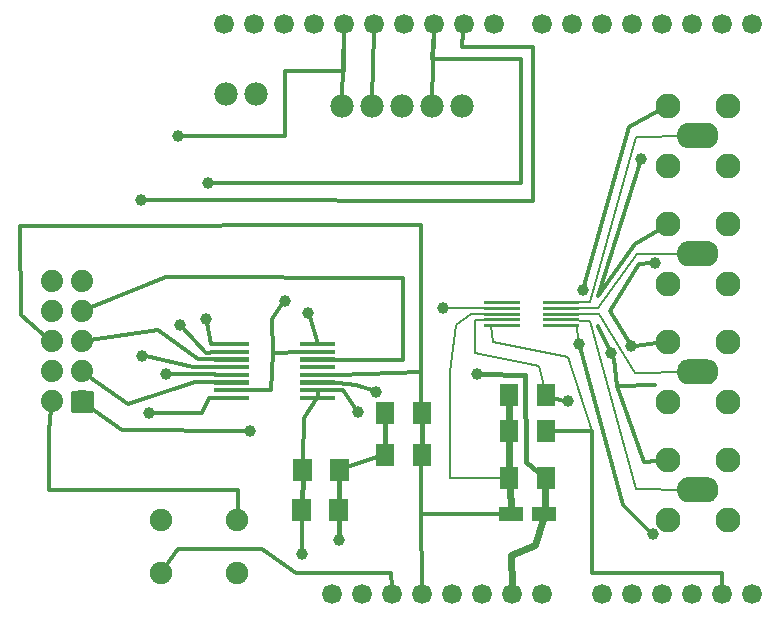
<source format=gtl>
G04 MADE WITH FRITZING*
G04 WWW.FRITZING.ORG*
G04 DOUBLE SIDED*
G04 HOLES PLATED*
G04 CONTOUR ON CENTER OF CONTOUR VECTOR*
%ASAXBY*%
%FSLAX23Y23*%
%MOIN*%
%OFA0B0*%
%SFA1.0B1.0*%
%ADD10C,0.078000*%
%ADD11C,0.039370*%
%ADD12C,0.075000*%
%ADD13C,0.082677*%
%ADD14C,0.083071*%
%ADD15C,0.074000*%
%ADD16C,0.066194*%
%ADD17C,0.066222*%
%ADD18R,0.062992X0.074803*%
%ADD19R,0.078740X0.047244*%
%ADD20C,0.012000*%
%ADD21C,0.008000*%
%ADD22C,0.024000*%
%ADD23C,0.016000*%
%ADD24C,0.017000*%
%ADD25R,0.001000X0.001000*%
%LNCOPPER1*%
G90*
G70*
G54D10*
X748Y1778D03*
X848Y1778D03*
G54D11*
X1925Y947D03*
X2033Y917D03*
X2100Y939D03*
X1940Y1125D03*
X2132Y1563D03*
X2179Y1215D03*
X2173Y311D03*
X1474Y1067D03*
X1587Y846D03*
X1890Y754D03*
X1126Y293D03*
X1004Y244D03*
X551Y846D03*
X1189Y720D03*
X1024Y1049D03*
X1250Y787D03*
X831Y656D03*
X945Y1089D03*
X492Y715D03*
X471Y907D03*
X467Y1425D03*
X596Y1008D03*
X591Y1640D03*
X684Y1028D03*
X689Y1482D03*
G54D10*
X1535Y1738D03*
X1435Y1738D03*
X1335Y1738D03*
X1235Y1738D03*
X1135Y1738D03*
G54D12*
X787Y183D03*
X532Y183D03*
X787Y360D03*
X532Y360D03*
G54D13*
X2223Y558D03*
G54D14*
X2322Y459D03*
X2223Y359D03*
X2223Y559D03*
X2423Y359D03*
X2423Y559D03*
G54D13*
X2223Y558D03*
G54D14*
X2322Y459D03*
X2223Y359D03*
X2223Y559D03*
X2423Y359D03*
X2423Y559D03*
G54D13*
X2223Y952D03*
G54D14*
X2322Y853D03*
X2223Y752D03*
X2223Y952D03*
X2423Y752D03*
X2423Y952D03*
G54D13*
X2223Y952D03*
G54D14*
X2322Y853D03*
X2223Y752D03*
X2223Y952D03*
X2423Y752D03*
X2423Y952D03*
G54D13*
X2223Y1740D03*
G54D14*
X2322Y1641D03*
X2223Y1540D03*
X2223Y1740D03*
X2423Y1540D03*
X2423Y1740D03*
G54D13*
X2223Y1740D03*
G54D14*
X2322Y1641D03*
X2223Y1540D03*
X2223Y1740D03*
X2423Y1540D03*
X2423Y1740D03*
G54D15*
X170Y754D03*
X170Y854D03*
X170Y954D03*
X170Y1054D03*
X170Y1154D03*
X270Y754D03*
X270Y854D03*
X270Y954D03*
X270Y1054D03*
X270Y1154D03*
G54D16*
X2103Y111D03*
X2203Y111D03*
X2303Y111D03*
X2403Y111D03*
X2503Y111D03*
G54D17*
X1643Y2011D03*
X1543Y2011D03*
X1443Y2011D03*
X1343Y2011D03*
X1243Y2011D03*
X1143Y2011D03*
X1043Y2011D03*
X943Y2011D03*
X843Y2011D03*
X743Y2011D03*
X2503Y2011D03*
X2403Y2011D03*
X2303Y2011D03*
X2203Y2011D03*
X2103Y2011D03*
X2003Y2011D03*
X1903Y2011D03*
X1803Y2011D03*
G54D16*
X1203Y111D03*
X1103Y111D03*
X1303Y111D03*
X1403Y111D03*
X1503Y111D03*
X1603Y111D03*
X1703Y111D03*
X1803Y111D03*
X2003Y111D03*
G54D13*
X2223Y1346D03*
G54D14*
X2322Y1247D03*
X2223Y1146D03*
X2223Y1346D03*
X2423Y1146D03*
X2423Y1346D03*
G54D13*
X2223Y1346D03*
G54D14*
X2322Y1247D03*
X2223Y1146D03*
X2223Y1346D03*
X2423Y1146D03*
X2423Y1346D03*
G54D18*
X1280Y715D03*
X1402Y715D03*
X1280Y577D03*
X1402Y577D03*
X1693Y498D03*
X1815Y498D03*
G54D19*
X1701Y380D03*
X1811Y380D03*
G54D18*
X1693Y774D03*
X1815Y774D03*
X1693Y656D03*
X1815Y656D03*
G54D20*
X1442Y1986D02*
X1436Y1763D01*
D02*
X1236Y1763D02*
X1242Y1986D01*
D02*
X1142Y1986D02*
X1136Y1763D01*
G54D21*
D02*
X1964Y1085D02*
X1920Y1085D01*
D02*
X1964Y1023D02*
X1890Y1025D01*
D02*
X1992Y1046D02*
X1920Y1045D01*
D02*
X2117Y1636D02*
X1964Y1085D01*
D02*
X2112Y850D02*
X1992Y1046D01*
D02*
X2285Y853D02*
X2112Y850D01*
D02*
X2285Y460D02*
X2115Y461D01*
D02*
X2115Y461D02*
X1964Y1023D01*
G54D20*
D02*
X2186Y948D02*
X2114Y940D01*
G54D21*
D02*
X1989Y1067D02*
X1904Y1066D01*
D02*
X2285Y1247D02*
X2120Y1246D01*
D02*
X2120Y1246D02*
X1989Y1067D01*
D02*
X2285Y1640D02*
X2117Y1636D01*
D02*
X1919Y1006D02*
X1866Y1006D01*
G54D20*
D02*
X2114Y1279D02*
X2192Y1327D01*
D02*
X1988Y1106D02*
X2114Y1279D01*
D02*
X2128Y1550D02*
X1988Y1106D01*
D02*
X2093Y1670D02*
X1943Y1138D01*
D02*
X2191Y1722D02*
X2093Y1670D01*
G54D21*
D02*
X1924Y960D02*
X1919Y1006D01*
G54D20*
D02*
X2127Y1211D02*
X2031Y1057D01*
D02*
X2031Y1057D02*
X2094Y951D01*
D02*
X2166Y1214D02*
X2127Y1211D01*
D02*
X2042Y896D02*
X1990Y1006D01*
D02*
X2053Y807D02*
X2179Y810D01*
D02*
X2053Y805D02*
X2042Y896D01*
D02*
X2179Y810D02*
X2053Y805D01*
D02*
X1990Y1006D02*
X2027Y929D01*
D02*
X2142Y552D02*
X2053Y807D01*
D02*
X2186Y555D02*
X2142Y552D01*
G54D22*
D02*
X1700Y398D02*
X1695Y466D01*
G54D20*
D02*
X1403Y136D02*
X1398Y380D01*
D02*
X1398Y380D02*
X1667Y380D01*
D02*
X2074Y408D02*
X1929Y934D01*
D02*
X2164Y320D02*
X2074Y408D01*
G54D22*
D02*
X1812Y398D02*
X1814Y466D01*
D02*
X1779Y277D02*
X1698Y243D01*
D02*
X1698Y243D02*
X1702Y141D01*
D02*
X1806Y362D02*
X1779Y277D01*
G54D21*
D02*
X1968Y655D02*
X1952Y651D01*
G54D20*
D02*
X1968Y655D02*
X1969Y656D01*
G54D21*
D02*
X1516Y1010D02*
X1496Y852D01*
G54D20*
D02*
X1969Y656D02*
X1969Y183D01*
D02*
X2402Y183D02*
X2403Y136D01*
D02*
X1969Y183D02*
X2402Y183D01*
D02*
X1841Y655D02*
X1968Y655D01*
G54D21*
D02*
X1952Y651D02*
X1841Y655D01*
D02*
X1638Y952D02*
X1890Y903D01*
D02*
X1632Y1006D02*
X1638Y952D01*
D02*
X1579Y914D02*
X1792Y872D01*
D02*
X1669Y1006D02*
X1632Y1006D01*
D02*
X1890Y903D02*
X1968Y655D01*
D02*
X1579Y1026D02*
X1579Y914D01*
D02*
X1496Y498D02*
X1667Y498D01*
D02*
X1496Y852D02*
X1496Y498D01*
D02*
X1566Y1047D02*
X1516Y1010D01*
D02*
X1636Y1046D02*
X1566Y1047D01*
G54D22*
D02*
X1693Y624D02*
X1693Y530D01*
D02*
X1693Y687D02*
X1693Y742D01*
G54D21*
D02*
X1583Y1067D02*
X1488Y1067D01*
G54D23*
D02*
X1747Y842D02*
X1749Y553D01*
D02*
X1600Y846D02*
X1747Y842D01*
G54D21*
D02*
X1616Y1026D02*
X1579Y1026D01*
D02*
X1792Y872D02*
X1808Y805D01*
D02*
X1642Y1066D02*
X1583Y1067D01*
G54D23*
D02*
X1749Y553D02*
X1789Y520D01*
G54D20*
D02*
X1009Y700D02*
X1007Y557D01*
D02*
X1054Y764D02*
X1009Y700D01*
G54D23*
D02*
X1003Y424D02*
X1005Y494D01*
D02*
X1125Y424D02*
X1127Y494D01*
G54D20*
D02*
X1004Y258D02*
X1002Y360D01*
G54D23*
D02*
X1126Y307D02*
X1125Y360D01*
G54D20*
D02*
X1841Y767D02*
X1877Y757D01*
G54D23*
D02*
X1280Y609D02*
X1280Y683D01*
D02*
X1402Y609D02*
X1402Y683D01*
G54D20*
D02*
X1139Y791D02*
X1181Y731D01*
D02*
X565Y846D02*
X714Y844D01*
D02*
X1109Y791D02*
X1139Y791D01*
D02*
X1055Y790D02*
X1055Y767D01*
D02*
X1130Y892D02*
X1109Y892D01*
D02*
X1339Y1167D02*
X1339Y892D01*
D02*
X1339Y892D02*
X1130Y892D01*
D02*
X293Y1064D02*
X551Y1168D01*
D02*
X551Y1168D02*
X1339Y1167D01*
D02*
X657Y896D02*
X714Y895D01*
D02*
X295Y958D02*
X524Y992D01*
D02*
X524Y992D02*
X657Y896D01*
D02*
X1398Y852D02*
X1401Y746D01*
D02*
X1398Y380D02*
X1401Y545D01*
D02*
X906Y916D02*
X1002Y918D01*
D02*
X898Y793D02*
X906Y916D01*
D02*
X821Y792D02*
X898Y793D01*
D02*
X1028Y1036D02*
X1055Y946D01*
D02*
X1122Y843D02*
X1398Y852D01*
D02*
X1122Y817D02*
X1109Y817D01*
D02*
X1398Y853D02*
X1401Y746D01*
D02*
X904Y1030D02*
X937Y1078D01*
D02*
X906Y916D02*
X904Y1030D01*
D02*
X1254Y568D02*
X1154Y534D01*
D02*
X404Y660D02*
X818Y656D01*
D02*
X1182Y810D02*
X1122Y817D01*
D02*
X291Y739D02*
X404Y660D01*
D02*
X1237Y792D02*
X1182Y810D01*
D02*
X65Y1041D02*
X64Y1339D01*
D02*
X64Y1339D02*
X1399Y1343D01*
D02*
X1399Y1343D02*
X1398Y853D01*
D02*
X150Y970D02*
X65Y1041D01*
D02*
X1109Y843D02*
X1122Y843D01*
D02*
X693Y766D02*
X714Y766D01*
D02*
X669Y714D02*
X693Y766D01*
D02*
X1142Y1856D02*
X945Y1856D01*
D02*
X945Y1856D02*
X945Y1640D01*
D02*
X1772Y1934D02*
X1772Y1423D01*
D02*
X1536Y1934D02*
X1772Y1934D01*
D02*
X945Y1640D02*
X604Y1640D01*
D02*
X698Y945D02*
X714Y945D01*
D02*
X683Y917D02*
X714Y918D01*
D02*
X1143Y1986D02*
X1142Y1856D01*
D02*
X606Y998D02*
X683Y917D01*
D02*
X1772Y1423D02*
X480Y1425D01*
D02*
X640Y870D02*
X714Y869D01*
D02*
X1541Y1986D02*
X1536Y1934D01*
D02*
X484Y904D02*
X640Y870D01*
D02*
X647Y819D02*
X714Y818D01*
D02*
X291Y839D02*
X422Y746D01*
D02*
X422Y746D02*
X647Y819D01*
D02*
X506Y715D02*
X669Y714D01*
D02*
X983Y182D02*
X868Y262D01*
D02*
X868Y262D02*
X589Y262D01*
D02*
X1299Y183D02*
X983Y182D01*
D02*
X589Y262D02*
X545Y202D01*
D02*
X1302Y136D02*
X1299Y183D01*
D02*
X158Y655D02*
X158Y458D01*
D02*
X158Y458D02*
X788Y458D01*
D02*
X788Y458D02*
X788Y383D01*
D02*
X167Y729D02*
X158Y655D01*
D02*
X1733Y1895D02*
X1732Y1482D01*
D02*
X1437Y1895D02*
X1733Y1895D01*
D02*
X1732Y1482D02*
X702Y1482D01*
D02*
X687Y1014D02*
X698Y945D01*
D02*
X1442Y1986D02*
X1437Y1895D01*
G54D24*
X241Y725D02*
X241Y782D01*
X298Y782D01*
X298Y725D01*
X241Y725D01*
D02*
G36*
X1807Y1011D02*
X1925Y1011D01*
X1925Y1001D01*
X1807Y1001D01*
X1807Y1011D01*
G37*
D02*
G36*
X1807Y1031D02*
X1925Y1031D01*
X1925Y1021D01*
X1807Y1021D01*
X1807Y1031D01*
G37*
D02*
G36*
X1807Y1050D02*
X1925Y1050D01*
X1925Y1040D01*
X1807Y1040D01*
X1807Y1050D01*
G37*
D02*
G36*
X1807Y1070D02*
X1925Y1070D01*
X1925Y1060D01*
X1807Y1060D01*
X1807Y1070D01*
G37*
D02*
G36*
X1807Y1090D02*
X1925Y1090D01*
X1925Y1080D01*
X1807Y1080D01*
X1807Y1090D01*
G37*
D02*
G36*
X1610Y1090D02*
X1728Y1090D01*
X1728Y1080D01*
X1610Y1080D01*
X1610Y1090D01*
G37*
D02*
G36*
X1610Y1070D02*
X1728Y1070D01*
X1728Y1060D01*
X1610Y1060D01*
X1610Y1070D01*
G37*
D02*
G36*
X1610Y1050D02*
X1728Y1050D01*
X1728Y1040D01*
X1610Y1040D01*
X1610Y1050D01*
G37*
D02*
G36*
X1610Y1031D02*
X1728Y1031D01*
X1728Y1021D01*
X1610Y1021D01*
X1610Y1031D01*
G37*
D02*
G36*
X1610Y1011D02*
X1728Y1011D01*
X1728Y1001D01*
X1610Y1001D01*
X1610Y1011D01*
G37*
D02*
G36*
X996Y773D02*
X1114Y773D01*
X1114Y759D01*
X996Y759D01*
X996Y773D01*
G37*
D02*
G36*
X996Y798D02*
X1114Y798D01*
X1114Y784D01*
X996Y784D01*
X996Y798D01*
G37*
D02*
G36*
X996Y824D02*
X1114Y824D01*
X1114Y810D01*
X996Y810D01*
X996Y824D01*
G37*
D02*
G36*
X996Y849D02*
X1114Y849D01*
X1114Y836D01*
X996Y836D01*
X996Y849D01*
G37*
D02*
G36*
X996Y875D02*
X1114Y875D01*
X1114Y861D01*
X996Y861D01*
X996Y875D01*
G37*
D02*
G36*
X996Y901D02*
X1114Y901D01*
X1114Y887D01*
X996Y887D01*
X996Y901D01*
G37*
D02*
G36*
X996Y926D02*
X1114Y926D01*
X1114Y912D01*
X996Y912D01*
X996Y926D01*
G37*
D02*
G36*
X996Y952D02*
X1114Y952D01*
X1114Y938D01*
X996Y938D01*
X996Y952D01*
G37*
D02*
G36*
X709Y952D02*
X827Y952D01*
X827Y938D01*
X709Y938D01*
X709Y952D01*
G37*
D02*
G36*
X709Y926D02*
X827Y926D01*
X827Y912D01*
X709Y912D01*
X709Y926D01*
G37*
D02*
G36*
X709Y901D02*
X827Y901D01*
X827Y887D01*
X709Y887D01*
X709Y901D01*
G37*
D02*
G36*
X709Y875D02*
X827Y875D01*
X827Y861D01*
X709Y861D01*
X709Y875D01*
G37*
D02*
G36*
X709Y849D02*
X827Y849D01*
X827Y836D01*
X709Y836D01*
X709Y849D01*
G37*
D02*
G36*
X709Y824D02*
X827Y824D01*
X827Y810D01*
X709Y810D01*
X709Y824D01*
G37*
D02*
G36*
X709Y798D02*
X827Y798D01*
X827Y784D01*
X709Y784D01*
X709Y798D01*
G37*
D02*
G36*
X709Y773D02*
X827Y773D01*
X827Y759D01*
X709Y759D01*
X709Y773D01*
G37*
D02*
G36*
X1093Y354D02*
X1093Y429D01*
X1156Y429D01*
X1156Y354D01*
X1093Y354D01*
G37*
D02*
G36*
X971Y354D02*
X971Y429D01*
X1034Y429D01*
X1034Y354D01*
X971Y354D01*
G37*
D02*
G36*
X1097Y488D02*
X1097Y563D01*
X1160Y563D01*
X1160Y488D01*
X1097Y488D01*
G37*
D02*
G36*
X974Y488D02*
X974Y563D01*
X1037Y563D01*
X1037Y488D01*
X974Y488D01*
G37*
D02*
G54D25*
X2284Y1681D02*
X2359Y1681D01*
X2279Y1680D02*
X2364Y1680D01*
X2277Y1679D02*
X2367Y1679D01*
X2274Y1678D02*
X2369Y1678D01*
X2273Y1677D02*
X2371Y1677D01*
X2271Y1676D02*
X2372Y1676D01*
X2270Y1675D02*
X2374Y1675D01*
X2268Y1674D02*
X2375Y1674D01*
X2267Y1673D02*
X2376Y1673D01*
X2266Y1672D02*
X2377Y1672D01*
X2265Y1671D02*
X2378Y1671D01*
X2264Y1670D02*
X2379Y1670D01*
X2263Y1669D02*
X2380Y1669D01*
X2262Y1668D02*
X2381Y1668D01*
X2262Y1667D02*
X2382Y1667D01*
X2261Y1666D02*
X2382Y1666D01*
X2260Y1665D02*
X2319Y1665D01*
X2325Y1665D02*
X2383Y1665D01*
X2260Y1664D02*
X2315Y1664D01*
X2328Y1664D02*
X2384Y1664D01*
X2259Y1663D02*
X2313Y1663D01*
X2331Y1663D02*
X2384Y1663D01*
X2259Y1662D02*
X2311Y1662D01*
X2332Y1662D02*
X2385Y1662D01*
X2258Y1661D02*
X2310Y1661D01*
X2334Y1661D02*
X2385Y1661D01*
X2258Y1660D02*
X2308Y1660D01*
X2335Y1660D02*
X2386Y1660D01*
X2257Y1659D02*
X2307Y1659D01*
X2336Y1659D02*
X2386Y1659D01*
X2257Y1658D02*
X2306Y1658D01*
X2337Y1658D02*
X2386Y1658D01*
X2256Y1657D02*
X2306Y1657D01*
X2338Y1657D02*
X2387Y1657D01*
X2256Y1656D02*
X2305Y1656D01*
X2338Y1656D02*
X2387Y1656D01*
X2256Y1655D02*
X2304Y1655D01*
X2339Y1655D02*
X2388Y1655D01*
X2255Y1654D02*
X2304Y1654D01*
X2340Y1654D02*
X2388Y1654D01*
X2255Y1653D02*
X2303Y1653D01*
X2340Y1653D02*
X2388Y1653D01*
X2255Y1652D02*
X2303Y1652D01*
X2340Y1652D02*
X2388Y1652D01*
X2255Y1651D02*
X2302Y1651D01*
X2341Y1651D02*
X2389Y1651D01*
X2254Y1650D02*
X2302Y1650D01*
X2341Y1650D02*
X2389Y1650D01*
X2254Y1649D02*
X2302Y1649D01*
X2342Y1649D02*
X2389Y1649D01*
X2254Y1648D02*
X2301Y1648D01*
X2342Y1648D02*
X2389Y1648D01*
X2254Y1647D02*
X2301Y1647D01*
X2342Y1647D02*
X2389Y1647D01*
X2254Y1646D02*
X2301Y1646D01*
X2342Y1646D02*
X2390Y1646D01*
X2254Y1645D02*
X2300Y1645D01*
X2343Y1645D02*
X2390Y1645D01*
X2253Y1644D02*
X2300Y1644D01*
X2343Y1644D02*
X2390Y1644D01*
X2253Y1643D02*
X2300Y1643D01*
X2343Y1643D02*
X2390Y1643D01*
X2253Y1642D02*
X2300Y1642D01*
X2343Y1642D02*
X2390Y1642D01*
X2253Y1641D02*
X2300Y1641D01*
X2343Y1641D02*
X2390Y1641D01*
X2253Y1640D02*
X2300Y1640D01*
X2343Y1640D02*
X2390Y1640D01*
X2253Y1639D02*
X2300Y1639D01*
X2343Y1639D02*
X2390Y1639D01*
X2253Y1638D02*
X2300Y1638D01*
X2343Y1638D02*
X2390Y1638D01*
X2253Y1637D02*
X2300Y1637D01*
X2343Y1637D02*
X2390Y1637D01*
X2253Y1636D02*
X2300Y1636D01*
X2343Y1636D02*
X2390Y1636D01*
X2254Y1635D02*
X2300Y1635D01*
X2343Y1635D02*
X2390Y1635D01*
X2254Y1634D02*
X2301Y1634D01*
X2343Y1634D02*
X2390Y1634D01*
X2254Y1633D02*
X2301Y1633D01*
X2342Y1633D02*
X2389Y1633D01*
X2254Y1632D02*
X2301Y1632D01*
X2342Y1632D02*
X2389Y1632D01*
X2254Y1631D02*
X2301Y1631D01*
X2342Y1631D02*
X2389Y1631D01*
X2254Y1630D02*
X2302Y1630D01*
X2341Y1630D02*
X2389Y1630D01*
X2254Y1629D02*
X2302Y1629D01*
X2341Y1629D02*
X2389Y1629D01*
X2255Y1628D02*
X2303Y1628D01*
X2341Y1628D02*
X2389Y1628D01*
X2255Y1627D02*
X2303Y1627D01*
X2340Y1627D02*
X2388Y1627D01*
X2255Y1626D02*
X2304Y1626D01*
X2340Y1626D02*
X2388Y1626D01*
X2256Y1625D02*
X2304Y1625D01*
X2339Y1625D02*
X2388Y1625D01*
X2256Y1624D02*
X2305Y1624D01*
X2338Y1624D02*
X2387Y1624D01*
X2256Y1623D02*
X2306Y1623D01*
X2338Y1623D02*
X2387Y1623D01*
X2257Y1622D02*
X2306Y1622D01*
X2337Y1622D02*
X2387Y1622D01*
X2257Y1621D02*
X2307Y1621D01*
X2336Y1621D02*
X2386Y1621D01*
X2258Y1620D02*
X2308Y1620D01*
X2335Y1620D02*
X2386Y1620D01*
X2258Y1619D02*
X2309Y1619D01*
X2334Y1619D02*
X2385Y1619D01*
X2259Y1618D02*
X2311Y1618D01*
X2332Y1618D02*
X2385Y1618D01*
X2259Y1617D02*
X2312Y1617D01*
X2331Y1617D02*
X2384Y1617D01*
X2260Y1616D02*
X2314Y1616D01*
X2329Y1616D02*
X2384Y1616D01*
X2260Y1615D02*
X2318Y1615D01*
X2325Y1615D02*
X2383Y1615D01*
X2261Y1614D02*
X2382Y1614D01*
X2262Y1613D02*
X2382Y1613D01*
X2262Y1612D02*
X2381Y1612D01*
X2263Y1611D02*
X2380Y1611D01*
X2264Y1610D02*
X2379Y1610D01*
X2265Y1609D02*
X2378Y1609D01*
X2266Y1608D02*
X2377Y1608D01*
X2267Y1607D02*
X2376Y1607D01*
X2268Y1606D02*
X2375Y1606D01*
X2269Y1605D02*
X2374Y1605D01*
X2271Y1604D02*
X2373Y1604D01*
X2272Y1603D02*
X2371Y1603D01*
X2274Y1602D02*
X2369Y1602D01*
X2276Y1601D02*
X2367Y1601D01*
X2279Y1600D02*
X2364Y1600D01*
X2283Y1599D02*
X2360Y1599D01*
X2282Y1287D02*
X2361Y1287D01*
X2278Y1286D02*
X2365Y1286D01*
X2276Y1285D02*
X2368Y1285D01*
X2274Y1284D02*
X2370Y1284D01*
X2272Y1283D02*
X2371Y1283D01*
X2270Y1282D02*
X2373Y1282D01*
X2269Y1281D02*
X2374Y1281D01*
X2268Y1280D02*
X2375Y1280D01*
X2267Y1279D02*
X2377Y1279D01*
X2266Y1278D02*
X2378Y1278D01*
X2265Y1277D02*
X2379Y1277D01*
X2264Y1276D02*
X2379Y1276D01*
X2263Y1275D02*
X2380Y1275D01*
X2262Y1274D02*
X2381Y1274D01*
X2261Y1273D02*
X2382Y1273D01*
X2261Y1272D02*
X2382Y1272D01*
X2260Y1271D02*
X2317Y1271D01*
X2327Y1271D02*
X2383Y1271D01*
X2259Y1270D02*
X2314Y1270D01*
X2329Y1270D02*
X2384Y1270D01*
X2259Y1269D02*
X2312Y1269D01*
X2331Y1269D02*
X2384Y1269D01*
X2258Y1268D02*
X2310Y1268D01*
X2333Y1268D02*
X2385Y1268D01*
X2258Y1267D02*
X2309Y1267D01*
X2334Y1267D02*
X2385Y1267D01*
X2257Y1266D02*
X2308Y1266D01*
X2335Y1266D02*
X2386Y1266D01*
X2257Y1265D02*
X2307Y1265D01*
X2336Y1265D02*
X2386Y1265D01*
X2257Y1264D02*
X2306Y1264D01*
X2337Y1264D02*
X2387Y1264D01*
X2256Y1263D02*
X2305Y1263D01*
X2338Y1263D02*
X2387Y1263D01*
X2256Y1262D02*
X2305Y1262D01*
X2338Y1262D02*
X2387Y1262D01*
X2256Y1261D02*
X2304Y1261D01*
X2339Y1261D02*
X2388Y1261D01*
X2255Y1260D02*
X2303Y1260D01*
X2340Y1260D02*
X2388Y1260D01*
X2255Y1259D02*
X2303Y1259D01*
X2340Y1259D02*
X2388Y1259D01*
X2255Y1258D02*
X2303Y1258D01*
X2341Y1258D02*
X2389Y1258D01*
X2254Y1257D02*
X2302Y1257D01*
X2341Y1257D02*
X2389Y1257D01*
X2254Y1256D02*
X2302Y1256D01*
X2342Y1256D02*
X2389Y1256D01*
X2254Y1255D02*
X2301Y1255D01*
X2342Y1255D02*
X2389Y1255D01*
X2254Y1254D02*
X2301Y1254D01*
X2342Y1254D02*
X2389Y1254D01*
X2254Y1253D02*
X2301Y1253D01*
X2342Y1253D02*
X2389Y1253D01*
X2254Y1252D02*
X2301Y1252D01*
X2343Y1252D02*
X2390Y1252D01*
X2253Y1251D02*
X2300Y1251D01*
X2343Y1251D02*
X2390Y1251D01*
X2253Y1250D02*
X2300Y1250D01*
X2343Y1250D02*
X2390Y1250D01*
X2253Y1249D02*
X2300Y1249D01*
X2343Y1249D02*
X2390Y1249D01*
X2253Y1248D02*
X2300Y1248D01*
X2343Y1248D02*
X2390Y1248D01*
X2253Y1247D02*
X2300Y1247D01*
X2343Y1247D02*
X2390Y1247D01*
X2253Y1246D02*
X2300Y1246D01*
X2343Y1246D02*
X2390Y1246D01*
X2253Y1245D02*
X2300Y1245D01*
X2343Y1245D02*
X2390Y1245D01*
X2253Y1244D02*
X2300Y1244D01*
X2343Y1244D02*
X2390Y1244D01*
X2253Y1243D02*
X2300Y1243D01*
X2343Y1243D02*
X2390Y1243D01*
X2253Y1242D02*
X2300Y1242D01*
X2343Y1242D02*
X2390Y1242D01*
X2254Y1241D02*
X2301Y1241D01*
X2343Y1241D02*
X2390Y1241D01*
X2254Y1240D02*
X2301Y1240D01*
X2342Y1240D02*
X2390Y1240D01*
X2254Y1239D02*
X2301Y1239D01*
X2342Y1239D02*
X2389Y1239D01*
X2254Y1238D02*
X2301Y1238D01*
X2342Y1238D02*
X2389Y1238D01*
X2254Y1237D02*
X2302Y1237D01*
X2342Y1237D02*
X2389Y1237D01*
X2254Y1236D02*
X2302Y1236D01*
X2341Y1236D02*
X2389Y1236D01*
X2255Y1235D02*
X2302Y1235D01*
X2341Y1235D02*
X2389Y1235D01*
X2255Y1234D02*
X2303Y1234D01*
X2340Y1234D02*
X2388Y1234D01*
X2255Y1233D02*
X2303Y1233D01*
X2340Y1233D02*
X2388Y1233D01*
X2255Y1232D02*
X2304Y1232D01*
X2339Y1232D02*
X2388Y1232D01*
X2256Y1231D02*
X2304Y1231D01*
X2339Y1231D02*
X2388Y1231D01*
X2256Y1230D02*
X2305Y1230D01*
X2338Y1230D02*
X2387Y1230D01*
X2256Y1229D02*
X2306Y1229D01*
X2337Y1229D02*
X2387Y1229D01*
X2257Y1228D02*
X2307Y1228D01*
X2337Y1228D02*
X2386Y1228D01*
X2257Y1227D02*
X2308Y1227D01*
X2336Y1227D02*
X2386Y1227D01*
X2258Y1226D02*
X2309Y1226D01*
X2335Y1226D02*
X2386Y1226D01*
X2258Y1225D02*
X2310Y1225D01*
X2333Y1225D02*
X2385Y1225D01*
X2259Y1224D02*
X2311Y1224D01*
X2332Y1224D02*
X2385Y1224D01*
X2259Y1223D02*
X2313Y1223D01*
X2330Y1223D02*
X2384Y1223D01*
X2260Y1222D02*
X2315Y1222D01*
X2328Y1222D02*
X2383Y1222D01*
X2260Y1221D02*
X2383Y1221D01*
X2261Y1220D02*
X2382Y1220D01*
X2262Y1219D02*
X2381Y1219D01*
X2263Y1218D02*
X2381Y1218D01*
X2263Y1217D02*
X2380Y1217D01*
X2264Y1216D02*
X2379Y1216D01*
X2265Y1215D02*
X2378Y1215D01*
X2266Y1214D02*
X2377Y1214D01*
X2267Y1213D02*
X2376Y1213D01*
X2268Y1212D02*
X2375Y1212D01*
X2270Y1211D02*
X2373Y1211D01*
X2271Y1210D02*
X2372Y1210D01*
X2273Y1209D02*
X2370Y1209D01*
X2275Y1208D02*
X2368Y1208D01*
X2277Y1207D02*
X2366Y1207D01*
X2280Y1206D02*
X2363Y1206D01*
X2287Y1205D02*
X2356Y1205D01*
X2287Y894D02*
X2356Y894D01*
X2280Y893D02*
X2363Y893D01*
X2277Y892D02*
X2366Y892D01*
X2275Y891D02*
X2368Y891D01*
X2273Y890D02*
X2370Y890D01*
X2271Y889D02*
X2372Y889D01*
X2270Y888D02*
X2373Y888D01*
X2268Y887D02*
X2375Y887D01*
X2267Y886D02*
X2376Y886D01*
X2266Y885D02*
X2377Y885D01*
X2265Y884D02*
X2378Y884D01*
X2264Y883D02*
X2379Y883D01*
X2263Y882D02*
X2380Y882D01*
X2263Y881D02*
X2381Y881D01*
X2262Y880D02*
X2381Y880D01*
X2261Y879D02*
X2382Y879D01*
X2260Y878D02*
X2383Y878D01*
X2260Y877D02*
X2315Y877D01*
X2328Y877D02*
X2383Y877D01*
X2259Y876D02*
X2313Y876D01*
X2330Y876D02*
X2384Y876D01*
X2259Y875D02*
X2311Y875D01*
X2332Y875D02*
X2385Y875D01*
X2258Y874D02*
X2310Y874D01*
X2333Y874D02*
X2385Y874D01*
X2258Y873D02*
X2309Y873D01*
X2335Y873D02*
X2386Y873D01*
X2257Y872D02*
X2308Y872D01*
X2336Y872D02*
X2386Y872D01*
X2257Y871D02*
X2307Y871D01*
X2337Y871D02*
X2386Y871D01*
X2256Y870D02*
X2306Y870D01*
X2337Y870D02*
X2387Y870D01*
X2256Y869D02*
X2305Y869D01*
X2338Y869D02*
X2387Y869D01*
X2256Y868D02*
X2304Y868D01*
X2339Y868D02*
X2388Y868D01*
X2255Y867D02*
X2304Y867D01*
X2339Y867D02*
X2388Y867D01*
X2255Y866D02*
X2303Y866D01*
X2340Y866D02*
X2388Y866D01*
X2255Y865D02*
X2303Y865D01*
X2340Y865D02*
X2388Y865D01*
X2255Y864D02*
X2302Y864D01*
X2341Y864D02*
X2389Y864D01*
X2254Y863D02*
X2302Y863D01*
X2341Y863D02*
X2389Y863D01*
X2254Y862D02*
X2302Y862D01*
X2342Y862D02*
X2389Y862D01*
X2254Y861D02*
X2301Y861D01*
X2342Y861D02*
X2389Y861D01*
X2254Y860D02*
X2301Y860D01*
X2342Y860D02*
X2389Y860D01*
X2254Y859D02*
X2301Y859D01*
X2342Y859D02*
X2390Y859D01*
X2254Y858D02*
X2301Y858D01*
X2343Y858D02*
X2390Y858D01*
X2253Y857D02*
X2300Y857D01*
X2343Y857D02*
X2390Y857D01*
X2253Y856D02*
X2300Y856D01*
X2343Y856D02*
X2390Y856D01*
X2253Y855D02*
X2300Y855D01*
X2343Y855D02*
X2390Y855D01*
X2253Y854D02*
X2300Y854D01*
X2343Y854D02*
X2390Y854D01*
X2253Y853D02*
X2300Y853D01*
X2343Y853D02*
X2390Y853D01*
X2253Y852D02*
X2300Y852D01*
X2343Y852D02*
X2390Y852D01*
X2253Y851D02*
X2300Y851D01*
X2343Y851D02*
X2390Y851D01*
X2253Y850D02*
X2300Y850D01*
X2343Y850D02*
X2390Y850D01*
X2253Y849D02*
X2300Y849D01*
X2343Y849D02*
X2390Y849D01*
X2253Y848D02*
X2300Y848D01*
X2343Y848D02*
X2390Y848D01*
X2254Y847D02*
X2301Y847D01*
X2343Y847D02*
X2390Y847D01*
X2254Y846D02*
X2301Y846D01*
X2342Y846D02*
X2389Y846D01*
X2254Y845D02*
X2301Y845D01*
X2342Y845D02*
X2389Y845D01*
X2254Y844D02*
X2301Y844D01*
X2342Y844D02*
X2389Y844D01*
X2254Y843D02*
X2302Y843D01*
X2342Y843D02*
X2389Y843D01*
X2254Y842D02*
X2302Y842D01*
X2341Y842D02*
X2389Y842D01*
X2255Y841D02*
X2303Y841D01*
X2341Y841D02*
X2389Y841D01*
X2255Y840D02*
X2303Y840D01*
X2340Y840D02*
X2388Y840D01*
X2255Y839D02*
X2303Y839D01*
X2340Y839D02*
X2388Y839D01*
X2256Y838D02*
X2304Y838D01*
X2339Y838D02*
X2388Y838D01*
X2256Y837D02*
X2305Y837D01*
X2339Y837D02*
X2387Y837D01*
X2256Y836D02*
X2305Y836D01*
X2338Y836D02*
X2387Y836D01*
X2257Y835D02*
X2306Y835D01*
X2337Y835D02*
X2387Y835D01*
X2257Y834D02*
X2307Y834D01*
X2336Y834D02*
X2386Y834D01*
X2257Y833D02*
X2308Y833D01*
X2335Y833D02*
X2386Y833D01*
X2258Y832D02*
X2309Y832D01*
X2334Y832D02*
X2385Y832D01*
X2258Y831D02*
X2310Y831D01*
X2333Y831D02*
X2385Y831D01*
X2259Y830D02*
X2312Y830D01*
X2331Y830D02*
X2384Y830D01*
X2259Y829D02*
X2314Y829D01*
X2329Y829D02*
X2384Y829D01*
X2260Y828D02*
X2317Y828D01*
X2327Y828D02*
X2383Y828D01*
X2261Y827D02*
X2383Y827D01*
X2261Y826D02*
X2382Y826D01*
X2262Y825D02*
X2381Y825D01*
X2263Y824D02*
X2380Y824D01*
X2264Y823D02*
X2379Y823D01*
X2265Y822D02*
X2379Y822D01*
X2266Y821D02*
X2378Y821D01*
X2267Y820D02*
X2377Y820D01*
X2268Y819D02*
X2375Y819D01*
X2269Y818D02*
X2374Y818D01*
X2270Y817D02*
X2373Y817D01*
X2272Y816D02*
X2371Y816D01*
X2274Y815D02*
X2370Y815D01*
X2276Y814D02*
X2368Y814D01*
X2278Y813D02*
X2365Y813D01*
X2282Y812D02*
X2361Y812D01*
X2283Y500D02*
X2360Y500D01*
X2279Y499D02*
X2364Y499D01*
X2276Y498D02*
X2367Y498D01*
X2274Y497D02*
X2369Y497D01*
X2272Y496D02*
X2371Y496D01*
X2271Y495D02*
X2373Y495D01*
X2269Y494D02*
X2374Y494D01*
X2268Y493D02*
X2375Y493D01*
X2267Y492D02*
X2376Y492D01*
X2266Y491D02*
X2377Y491D01*
X2265Y490D02*
X2378Y490D01*
X2264Y489D02*
X2379Y489D01*
X2263Y488D02*
X2380Y488D01*
X2262Y487D02*
X2381Y487D01*
X2262Y486D02*
X2382Y486D01*
X2261Y485D02*
X2382Y485D01*
X2260Y484D02*
X2318Y484D01*
X2325Y484D02*
X2383Y484D01*
X2260Y483D02*
X2314Y483D01*
X2329Y483D02*
X2384Y483D01*
X2259Y482D02*
X2312Y482D01*
X2331Y482D02*
X2384Y482D01*
X2259Y481D02*
X2311Y481D01*
X2332Y481D02*
X2385Y481D01*
X2258Y480D02*
X2309Y480D01*
X2334Y480D02*
X2385Y480D01*
X2258Y479D02*
X2308Y479D01*
X2335Y479D02*
X2386Y479D01*
X2257Y478D02*
X2307Y478D01*
X2336Y478D02*
X2386Y478D01*
X2257Y477D02*
X2306Y477D01*
X2337Y477D02*
X2387Y477D01*
X2256Y476D02*
X2306Y476D01*
X2338Y476D02*
X2387Y476D01*
X2256Y475D02*
X2305Y475D01*
X2338Y475D02*
X2387Y475D01*
X2256Y474D02*
X2304Y474D01*
X2339Y474D02*
X2388Y474D01*
X2255Y473D02*
X2304Y473D01*
X2340Y473D02*
X2388Y473D01*
X2255Y472D02*
X2303Y472D01*
X2340Y472D02*
X2388Y472D01*
X2255Y471D02*
X2303Y471D01*
X2341Y471D02*
X2389Y471D01*
X2254Y470D02*
X2302Y470D01*
X2341Y470D02*
X2389Y470D01*
X2254Y469D02*
X2302Y469D01*
X2341Y469D02*
X2389Y469D01*
X2254Y468D02*
X2301Y468D01*
X2342Y468D02*
X2389Y468D01*
X2254Y467D02*
X2301Y467D01*
X2342Y467D02*
X2389Y467D01*
X2254Y466D02*
X2301Y466D01*
X2342Y466D02*
X2389Y466D01*
X2254Y465D02*
X2301Y465D01*
X2343Y465D02*
X2390Y465D01*
X2254Y464D02*
X2300Y464D01*
X2343Y464D02*
X2390Y464D01*
X2253Y463D02*
X2300Y463D01*
X2343Y463D02*
X2390Y463D01*
X2253Y462D02*
X2300Y462D01*
X2343Y462D02*
X2390Y462D01*
X2253Y461D02*
X2300Y461D01*
X2343Y461D02*
X2390Y461D01*
X2253Y460D02*
X2300Y460D01*
X2343Y460D02*
X2390Y460D01*
X2253Y459D02*
X2300Y459D01*
X2343Y459D02*
X2390Y459D01*
X2253Y458D02*
X2300Y458D01*
X2343Y458D02*
X2390Y458D01*
X2253Y457D02*
X2300Y457D01*
X2343Y457D02*
X2390Y457D01*
X2253Y456D02*
X2300Y456D01*
X2343Y456D02*
X2390Y456D01*
X2253Y455D02*
X2300Y455D01*
X2343Y455D02*
X2390Y455D01*
X2254Y454D02*
X2300Y454D01*
X2343Y454D02*
X2390Y454D01*
X2254Y453D02*
X2301Y453D01*
X2342Y453D02*
X2390Y453D01*
X2254Y452D02*
X2301Y452D01*
X2342Y452D02*
X2389Y452D01*
X2254Y451D02*
X2301Y451D01*
X2342Y451D02*
X2389Y451D01*
X2254Y450D02*
X2302Y450D01*
X2342Y450D02*
X2389Y450D01*
X2254Y449D02*
X2302Y449D01*
X2341Y449D02*
X2389Y449D01*
X2255Y448D02*
X2302Y448D01*
X2341Y448D02*
X2389Y448D01*
X2255Y447D02*
X2303Y447D01*
X2341Y447D02*
X2388Y447D01*
X2255Y446D02*
X2303Y446D01*
X2340Y446D02*
X2388Y446D01*
X2255Y445D02*
X2304Y445D01*
X2340Y445D02*
X2388Y445D01*
X2256Y444D02*
X2304Y444D01*
X2339Y444D02*
X2388Y444D01*
X2256Y443D02*
X2305Y443D01*
X2338Y443D02*
X2387Y443D01*
X2256Y442D02*
X2306Y442D01*
X2338Y442D02*
X2387Y442D01*
X2257Y441D02*
X2306Y441D01*
X2337Y441D02*
X2386Y441D01*
X2257Y440D02*
X2307Y440D01*
X2336Y440D02*
X2386Y440D01*
X2258Y439D02*
X2308Y439D01*
X2335Y439D02*
X2386Y439D01*
X2258Y438D02*
X2310Y438D01*
X2334Y438D02*
X2385Y438D01*
X2259Y437D02*
X2311Y437D01*
X2332Y437D02*
X2385Y437D01*
X2259Y436D02*
X2313Y436D01*
X2331Y436D02*
X2384Y436D01*
X2260Y435D02*
X2315Y435D01*
X2328Y435D02*
X2384Y435D01*
X2260Y434D02*
X2319Y434D01*
X2325Y434D02*
X2383Y434D01*
X2261Y433D02*
X2382Y433D01*
X2262Y432D02*
X2382Y432D01*
X2262Y431D02*
X2381Y431D01*
X2263Y430D02*
X2380Y430D01*
X2264Y429D02*
X2379Y429D01*
X2265Y428D02*
X2378Y428D01*
X2266Y427D02*
X2377Y427D01*
X2267Y426D02*
X2376Y426D01*
X2268Y425D02*
X2375Y425D01*
X2270Y424D02*
X2374Y424D01*
X2271Y423D02*
X2372Y423D01*
X2273Y422D02*
X2371Y422D01*
X2274Y421D02*
X2369Y421D01*
X2277Y420D02*
X2367Y420D01*
X2279Y419D02*
X2364Y419D01*
X2284Y418D02*
X2359Y418D01*
D02*
G04 End of Copper1*
M02*
</source>
